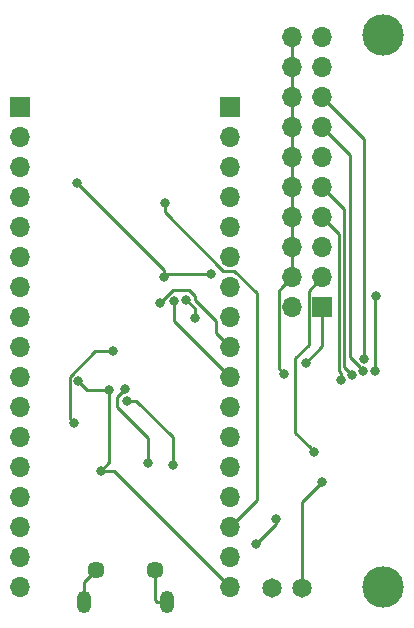
<source format=gbr>
G04 #@! TF.GenerationSoftware,KiCad,Pcbnew,(5.1.5-0-10_14)*
G04 #@! TF.CreationDate,2020-02-28T10:22:06-08:00*
G04 #@! TF.ProjectId,esp-prog,6573702d-7072-46f6-972e-6b696361645f,rev?*
G04 #@! TF.SameCoordinates,Original*
G04 #@! TF.FileFunction,Copper,L2,Bot*
G04 #@! TF.FilePolarity,Positive*
%FSLAX46Y46*%
G04 Gerber Fmt 4.6, Leading zero omitted, Abs format (unit mm)*
G04 Created by KiCad (PCBNEW (5.1.5-0-10_14)) date 2020-02-28 10:22:06*
%MOMM*%
%LPD*%
G04 APERTURE LIST*
%ADD10C,3.505200*%
%ADD11C,1.651000*%
%ADD12O,1.700000X1.700000*%
%ADD13R,1.700000X1.700000*%
%ADD14O,1.200000X1.900000*%
%ADD15C,1.450000*%
%ADD16C,0.800000*%
%ADD17C,0.250000*%
G04 APERTURE END LIST*
D10*
X60170000Y-70620000D03*
X60250000Y-23920000D03*
D11*
X50780000Y-70750000D03*
X53320000Y-70750000D03*
D12*
X52540000Y-24100000D03*
X55080000Y-24100000D03*
X52540000Y-26640000D03*
X55080000Y-26640000D03*
X52540000Y-29180000D03*
X55080000Y-29180000D03*
X52540000Y-31720000D03*
X55080000Y-31720000D03*
X52540000Y-34260000D03*
X55080000Y-34260000D03*
X52540000Y-36800000D03*
X55080000Y-36800000D03*
X52540000Y-39340000D03*
X55080000Y-39340000D03*
X52540000Y-41880000D03*
X55080000Y-41880000D03*
X52540000Y-44420000D03*
X55080000Y-44420000D03*
X52540000Y-46960000D03*
D13*
X55080000Y-46960000D03*
D12*
X29470000Y-70610000D03*
X29470000Y-68070000D03*
X29470000Y-65530000D03*
X29470000Y-62990000D03*
X29470000Y-60450000D03*
X29470000Y-57910000D03*
X29470000Y-55370000D03*
X29470000Y-52830000D03*
X29470000Y-50290000D03*
X29470000Y-47750000D03*
X29470000Y-45210000D03*
X29470000Y-42670000D03*
X29470000Y-40130000D03*
X29470000Y-37590000D03*
X29470000Y-35050000D03*
X29470000Y-32510000D03*
D13*
X29470000Y-29970000D03*
D12*
X47250000Y-70610000D03*
X47250000Y-68070000D03*
X47250000Y-65530000D03*
X47250000Y-62990000D03*
X47250000Y-60450000D03*
X47250000Y-57910000D03*
X47250000Y-55370000D03*
X47250000Y-52830000D03*
X47250000Y-50290000D03*
X47250000Y-47750000D03*
X47250000Y-45210000D03*
X47250000Y-42670000D03*
X47250000Y-40130000D03*
X47250000Y-37590000D03*
X47250000Y-35050000D03*
X47250000Y-32510000D03*
D13*
X47250000Y-29970000D03*
D14*
X41900000Y-71887500D03*
X34900000Y-71887500D03*
D15*
X40900000Y-69187500D03*
X35900000Y-69187500D03*
D16*
X49440000Y-66980000D03*
X51140000Y-64850000D03*
X51850000Y-52590000D03*
X37010000Y-53990000D03*
X34395000Y-53197062D03*
X36320000Y-60800000D03*
X37390000Y-50650000D03*
X34024990Y-56750000D03*
X40300000Y-60150000D03*
X38400000Y-53850000D03*
X42400000Y-60325000D03*
X38515350Y-54843337D03*
X41730000Y-38080000D03*
X42535549Y-46409771D03*
X41360000Y-46560000D03*
X34290000Y-36430000D03*
X41630000Y-44380000D03*
X45680000Y-44110000D03*
X53660000Y-51670000D03*
X55060000Y-61720000D03*
X54410000Y-59180000D03*
X58600000Y-51330000D03*
X59550905Y-52358109D03*
X59610000Y-46020000D03*
X58550899Y-52361277D03*
X57560000Y-52660000D03*
X56649961Y-53074550D03*
X44280000Y-47880000D03*
X43549998Y-46310000D03*
D17*
X34900000Y-70187500D02*
X34900000Y-71887500D01*
X35900000Y-69187500D02*
X34900000Y-70187500D01*
X41050000Y-71887500D02*
X41900000Y-71887500D01*
X40900000Y-71737500D02*
X41050000Y-71887500D01*
X40900000Y-69187500D02*
X40900000Y-71737500D01*
X51140000Y-65280000D02*
X51140000Y-64850000D01*
X49440000Y-66980000D02*
X51140000Y-65280000D01*
X51690001Y-45269999D02*
X52540000Y-44420000D01*
X51364999Y-45595001D02*
X51690001Y-45269999D01*
X51364999Y-52104999D02*
X51364999Y-45595001D01*
X51850000Y-52590000D02*
X51364999Y-52104999D01*
X52540000Y-44420000D02*
X52540000Y-41880000D01*
X52540000Y-41880000D02*
X52540000Y-39340000D01*
X52540000Y-36800000D02*
X52540000Y-36700000D01*
X52540000Y-36700000D02*
X52540000Y-39340000D01*
X52540000Y-34010000D02*
X52500000Y-33970000D01*
X52540000Y-34260000D02*
X52540000Y-34010000D01*
X52500000Y-33970000D02*
X52540000Y-36700000D01*
X52540000Y-26640000D02*
X52500000Y-33970000D01*
X52540000Y-24100000D02*
X52540000Y-26640000D01*
X37010000Y-53990000D02*
X35187938Y-53990000D01*
X35187938Y-53990000D02*
X34395000Y-53197062D01*
X37010000Y-53990000D02*
X37040000Y-54020000D01*
X37040000Y-54020000D02*
X37040000Y-60080000D01*
X37040000Y-60080000D02*
X36320000Y-60800000D01*
X37440000Y-60800000D02*
X36320000Y-60800000D01*
X47250000Y-70610000D02*
X37440000Y-60800000D01*
X33669990Y-56395000D02*
X34024990Y-56750000D01*
X35839980Y-50650000D02*
X33669990Y-52819990D01*
X37390000Y-50650000D02*
X35839980Y-50650000D01*
X33669990Y-52819990D02*
X33669990Y-56395000D01*
X37718740Y-55418740D02*
X37718740Y-54531260D01*
X40300000Y-60150000D02*
X40300000Y-58000000D01*
X37718740Y-54531260D02*
X38400000Y-53850000D01*
X40300000Y-58000000D02*
X37718740Y-55418740D01*
X42400000Y-57950000D02*
X39293337Y-54843337D01*
X42400000Y-60325000D02*
X42400000Y-57950000D01*
X39293337Y-54843337D02*
X38515350Y-54843337D01*
X47250000Y-65530000D02*
X49545002Y-63234998D01*
X49545002Y-63234998D02*
X49545002Y-45766000D01*
X41730000Y-38645685D02*
X41730000Y-38080000D01*
X41730000Y-38889002D02*
X41730000Y-38645685D01*
X47624003Y-43845001D02*
X46685999Y-43845001D01*
X49545002Y-45766000D02*
X47624003Y-43845001D01*
X46685999Y-43845001D02*
X41730000Y-38889002D01*
X42535549Y-46975456D02*
X42535549Y-46409771D01*
X42535549Y-48115549D02*
X42535549Y-46975456D01*
X47250000Y-52830000D02*
X42535549Y-48115549D01*
X41360000Y-46560000D02*
X42420000Y-45500000D01*
X44274999Y-45961999D02*
X44274999Y-46324999D01*
X43813000Y-45500000D02*
X44274999Y-45961999D01*
X42420000Y-45500000D02*
X43813000Y-45500000D01*
X46400001Y-49440001D02*
X47250000Y-50290000D01*
X46074999Y-49114999D02*
X46400001Y-49440001D01*
X46074999Y-48124999D02*
X46074999Y-49114999D01*
X44274999Y-46324999D02*
X46074999Y-48124999D01*
X41630000Y-43814315D02*
X41630000Y-44380000D01*
X34290000Y-36430000D02*
X41630000Y-43770000D01*
X41630000Y-43770000D02*
X41630000Y-43814315D01*
X41900000Y-44110000D02*
X41630000Y-44380000D01*
X45680000Y-44110000D02*
X41900000Y-44110000D01*
X55080000Y-50250000D02*
X55080000Y-46960000D01*
X53660000Y-51670000D02*
X55080000Y-50250000D01*
X53320000Y-63460000D02*
X55060000Y-61720000D01*
X53320000Y-70750000D02*
X53320000Y-63460000D01*
X55080000Y-44420000D02*
X53904999Y-45595001D01*
X53904999Y-50105001D02*
X52799994Y-51210006D01*
X52799994Y-51210006D02*
X52799994Y-57569994D01*
X53904999Y-45595001D02*
X53904999Y-50105001D01*
X52799994Y-57569994D02*
X54010001Y-58780001D01*
X54010001Y-58780001D02*
X54410000Y-59180000D01*
X58600000Y-32700000D02*
X55080000Y-29180000D01*
X58600000Y-51330000D02*
X58600000Y-32700000D01*
X59550905Y-46079095D02*
X59610000Y-46020000D01*
X59550905Y-52358109D02*
X59550905Y-46079095D01*
X58150900Y-51961278D02*
X58550899Y-52361277D01*
X55080000Y-31720000D02*
X57389991Y-34029991D01*
X57389991Y-34029991D02*
X57389991Y-51200369D01*
X57389991Y-51200369D02*
X58150900Y-51961278D01*
X56939980Y-52039980D02*
X56939980Y-38659980D01*
X57560000Y-52660000D02*
X56939980Y-52039980D01*
X55929999Y-37649999D02*
X55080000Y-36800000D01*
X56939980Y-38659980D02*
X55929999Y-37649999D01*
X56649961Y-52508865D02*
X56649961Y-53074550D01*
X55080000Y-39340000D02*
X56489969Y-40749969D01*
X56489969Y-52348873D02*
X56649961Y-52508865D01*
X56489969Y-40749969D02*
X56489969Y-52348873D01*
X44280000Y-47040002D02*
X43549998Y-46310000D01*
X44280000Y-47880000D02*
X44280000Y-47040002D01*
M02*

</source>
